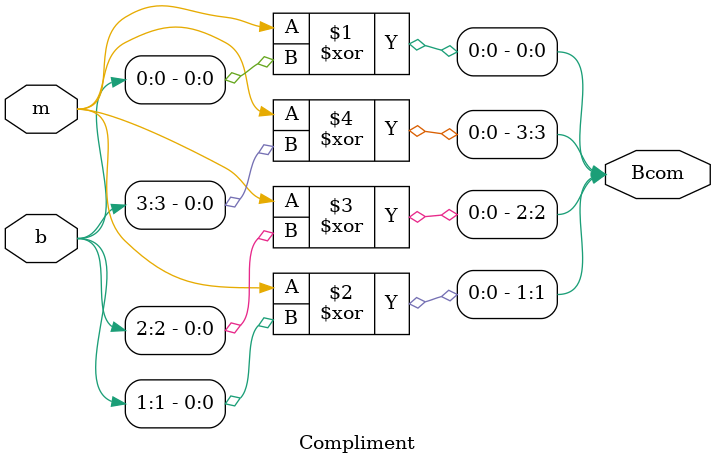
<source format=v>
`timescale 1ns / 1ps
module Compliment(
    output [3:0] Bcom
	 ,
	 input [3:0] b,
    input m
    
    );

	 
	 assign Bcom[0] = m^b[0];
	 assign Bcom[1] = m^b[1];
	 assign Bcom[2] = m^b[2];
	 assign Bcom[3] = m^b[3];

endmodule

</source>
